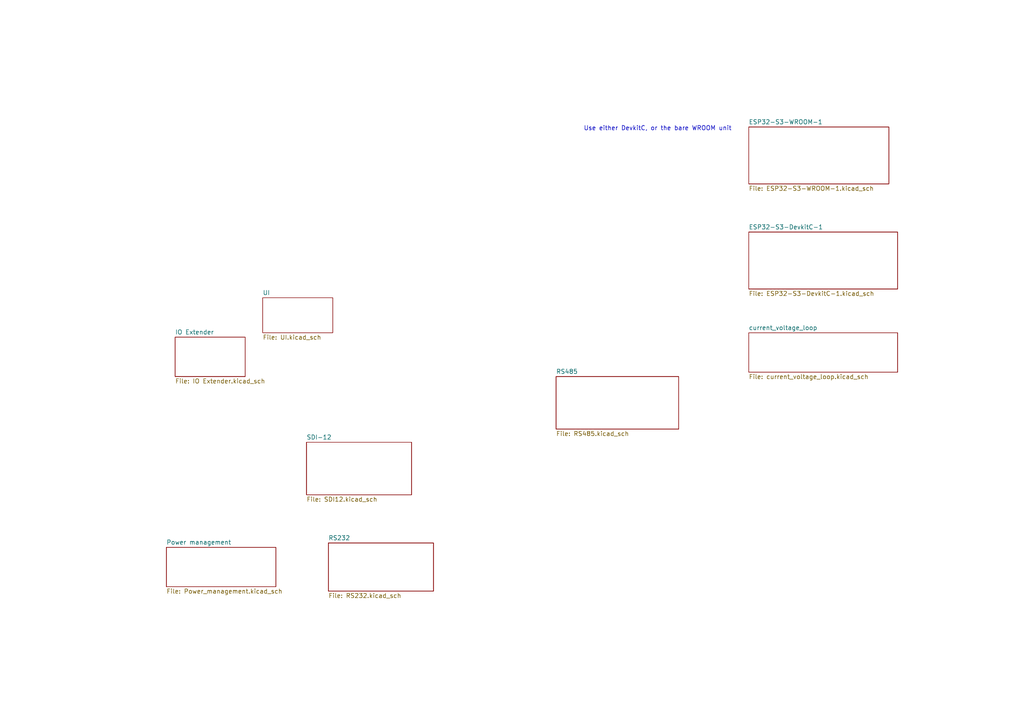
<source format=kicad_sch>
(kicad_sch
	(version 20231120)
	(generator "eeschema")
	(generator_version "8.0")
	(uuid "53b18f60-802b-4114-ad1b-2672cfed64a1")
	(paper "A4")
	(lib_symbols)
	(text "Use either DevkitC, or the bare WROOM unit"
		(exclude_from_sim no)
		(at 190.754 37.338 0)
		(effects
			(font
				(size 1.27 1.27)
			)
		)
		(uuid "392aa33b-e3f0-4f4a-b94b-dec488b3ed8d")
	)
	(sheet
		(at 161.29 109.22)
		(size 35.56 15.24)
		(fields_autoplaced yes)
		(stroke
			(width 0.1524)
			(type solid)
		)
		(fill
			(color 0 0 0 0.0000)
		)
		(uuid "023aa14c-98ee-4b74-98c6-de8e26121a9a")
		(property "Sheetname" "RS485"
			(at 161.29 108.5084 0)
			(effects
				(font
					(size 1.27 1.27)
				)
				(justify left bottom)
			)
		)
		(property "Sheetfile" "RS485.kicad_sch"
			(at 161.29 125.0446 0)
			(effects
				(font
					(size 1.27 1.27)
				)
				(justify left top)
			)
		)
		(instances
			(project "ESP32_SensorScope"
				(path "/53b18f60-802b-4114-ad1b-2672cfed64a1"
					(page "5")
				)
			)
		)
	)
	(sheet
		(at 48.26 158.75)
		(size 31.75 11.43)
		(fields_autoplaced yes)
		(stroke
			(width 0.1524)
			(type solid)
		)
		(fill
			(color 0 0 0 0.0000)
		)
		(uuid "224d82d1-ce15-426c-a1c5-74655874862d")
		(property "Sheetname" "Power management"
			(at 48.26 158.0384 0)
			(effects
				(font
					(size 1.27 1.27)
				)
				(justify left bottom)
			)
		)
		(property "Sheetfile" "Power_management.kicad_sch"
			(at 48.26 170.7646 0)
			(effects
				(font
					(size 1.27 1.27)
				)
				(justify left top)
			)
		)
		(instances
			(project "ESP32_SensorScope"
				(path "/53b18f60-802b-4114-ad1b-2672cfed64a1"
					(page "8")
				)
			)
		)
	)
	(sheet
		(at 88.9 128.27)
		(size 30.48 15.24)
		(fields_autoplaced yes)
		(stroke
			(width 0.1524)
			(type solid)
		)
		(fill
			(color 0 0 0 0.0000)
		)
		(uuid "2b8f5f43-662d-408e-9b06-5f2b5cf71cbf")
		(property "Sheetname" "SDI-12"
			(at 88.9 127.5584 0)
			(effects
				(font
					(size 1.27 1.27)
				)
				(justify left bottom)
			)
		)
		(property "Sheetfile" "SDI12.kicad_sch"
			(at 88.9 144.0946 0)
			(effects
				(font
					(size 1.27 1.27)
				)
				(justify left top)
			)
		)
		(instances
			(project "ESP32_SensorScope"
				(path "/53b18f60-802b-4114-ad1b-2672cfed64a1"
					(page "6")
				)
			)
		)
	)
	(sheet
		(at 217.17 96.52)
		(size 43.18 11.43)
		(fields_autoplaced yes)
		(stroke
			(width 0.1524)
			(type solid)
		)
		(fill
			(color 0 0 0 0.0000)
		)
		(uuid "3cb0be15-805c-46de-90ed-7dfb59d4fcea")
		(property "Sheetname" "current_voltage_loop"
			(at 217.17 95.8084 0)
			(effects
				(font
					(size 1.27 1.27)
				)
				(justify left bottom)
			)
		)
		(property "Sheetfile" "current_voltage_loop.kicad_sch"
			(at 217.17 108.5346 0)
			(effects
				(font
					(size 1.27 1.27)
				)
				(justify left top)
			)
		)
		(instances
			(project "ESP32_SensorScope"
				(path "/53b18f60-802b-4114-ad1b-2672cfed64a1"
					(page "4")
				)
			)
		)
	)
	(sheet
		(at 50.8 97.79)
		(size 20.32 11.43)
		(fields_autoplaced yes)
		(stroke
			(width 0.1524)
			(type solid)
		)
		(fill
			(color 0 0 0 0.0000)
		)
		(uuid "46b88311-9688-470c-917a-6dd4762a83c9")
		(property "Sheetname" "IO Extender"
			(at 50.8 97.0784 0)
			(effects
				(font
					(size 1.27 1.27)
				)
				(justify left bottom)
			)
		)
		(property "Sheetfile" "IO Extender.kicad_sch"
			(at 50.8 109.8046 0)
			(effects
				(font
					(size 1.27 1.27)
				)
				(justify left top)
			)
		)
		(property "Field2" ""
			(at 50.8 97.79 0)
			(effects
				(font
					(size 1.27 1.27)
				)
				(hide yes)
			)
		)
		(instances
			(project "ESP32_SensorScope"
				(path "/53b18f60-802b-4114-ad1b-2672cfed64a1"
					(page "10")
				)
			)
		)
	)
	(sheet
		(at 95.25 157.48)
		(size 30.48 13.97)
		(fields_autoplaced yes)
		(stroke
			(width 0.1524)
			(type solid)
		)
		(fill
			(color 0 0 0 0.0000)
		)
		(uuid "61855475-056f-41a1-be83-8f98d1ed07bc")
		(property "Sheetname" "RS232"
			(at 95.25 156.7684 0)
			(effects
				(font
					(size 1.27 1.27)
				)
				(justify left bottom)
			)
		)
		(property "Sheetfile" "RS232.kicad_sch"
			(at 95.25 172.0346 0)
			(effects
				(font
					(size 1.27 1.27)
				)
				(justify left top)
			)
		)
		(instances
			(project "ESP32_SensorScope"
				(path "/53b18f60-802b-4114-ad1b-2672cfed64a1"
					(page "7")
				)
			)
		)
	)
	(sheet
		(at 76.2 86.36)
		(size 20.32 10.16)
		(fields_autoplaced yes)
		(stroke
			(width 0.1524)
			(type solid)
		)
		(fill
			(color 0 0 0 0.0000)
		)
		(uuid "7bfcde62-1fc6-4742-9ded-14bc7dc34229")
		(property "Sheetname" "UI"
			(at 76.2 85.6484 0)
			(effects
				(font
					(size 1.27 1.27)
				)
				(justify left bottom)
			)
		)
		(property "Sheetfile" "UI.kicad_sch"
			(at 76.2 97.1046 0)
			(effects
				(font
					(size 1.27 1.27)
				)
				(justify left top)
			)
		)
		(instances
			(project "ESP32_SensorScope"
				(path "/53b18f60-802b-4114-ad1b-2672cfed64a1"
					(page "9")
				)
			)
		)
	)
	(sheet
		(at 217.17 67.31)
		(size 43.18 16.51)
		(fields_autoplaced yes)
		(stroke
			(width 0.1524)
			(type solid)
		)
		(fill
			(color 0 0 0 0.0000)
		)
		(uuid "b3798592-74ac-4b95-8881-9a4334d48d96")
		(property "Sheetname" "ESP32-S3-DevkitC-1"
			(at 217.17 66.5984 0)
			(effects
				(font
					(size 1.27 1.27)
				)
				(justify left bottom)
			)
		)
		(property "Sheetfile" "ESP32-S3-DevkitC-1.kicad_sch"
			(at 217.17 84.4046 0)
			(effects
				(font
					(size 1.27 1.27)
				)
				(justify left top)
			)
		)
		(instances
			(project "ESP32_SensorScope"
				(path "/53b18f60-802b-4114-ad1b-2672cfed64a1"
					(page "3")
				)
			)
		)
	)
	(sheet
		(at 217.17 36.83)
		(size 40.64 16.51)
		(fields_autoplaced yes)
		(stroke
			(width 0.1524)
			(type solid)
		)
		(fill
			(color 0 0 0 0.0000)
		)
		(uuid "d42b7ebf-ab51-4684-9781-2f92117935ee")
		(property "Sheetname" "ESP32-S3-WROOM-1"
			(at 217.17 36.1184 0)
			(effects
				(font
					(size 1.27 1.27)
				)
				(justify left bottom)
			)
		)
		(property "Sheetfile" "ESP32-S3-WROOM-1.kicad_sch"
			(at 217.17 53.9246 0)
			(effects
				(font
					(size 1.27 1.27)
				)
				(justify left top)
			)
		)
		(instances
			(project "ESP32_SensorScope"
				(path "/53b18f60-802b-4114-ad1b-2672cfed64a1"
					(page "2")
				)
			)
		)
	)
	(sheet_instances
		(path "/"
			(page "1")
		)
	)
)

</source>
